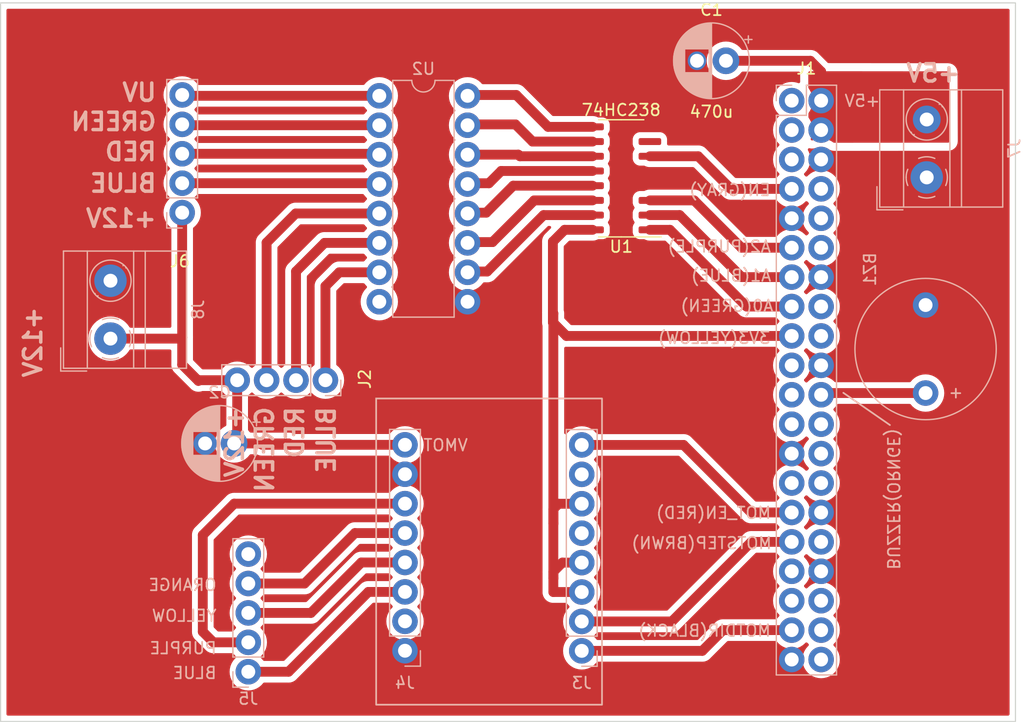
<source format=kicad_pcb>
(kicad_pcb (version 20211014) (generator pcbnew)
  (layers (0 "F.Cu" signal) (31 "B.Cu" signal) (34 "B.Paste" user) (35 "F.Paste" user) (36 "B.SilkS" user "B.Silkscreen") (37 "F.SilkS" user "F.Silkscreen") (38 "B.Mask" user) (39 "F.Mask" user) (44 "Edge.Cuts" user))
  (net 0 "")
  (net 1 "3V3")
  (net 2 "5V")
  (net 3 "/GPIO[2]{slash}SDA1")
  (net 4 "/GPIO[3]{slash}SCL1")
  (net 5 "GND")
  (net 6 "Enable")
  (net 7 "/GPIO[14]{slash}TXD0")
  (net 8 "/GPIO[15]{slash}RXD0")
  (net 9 "A2")
  (net 10 "/GPIO[18]{slash}PCM.CLK")
  (net 11 "A0")
  (net 12 "/GPIO[23]")
  (net 13 "Buzzer")
  (net 14 "/GPIO[10]{slash}SPI0.MOSI")
  (net 16 "/GPIO[9]{slash}SPI0.MISO")
  (net 17 "/GPIO[11]{slash}SPI0.SCLK")
  (net 18 "/GPIO[8]{slash}SPI0.CE0")
  (net 19 "/GPIO[7]{slash}SPI0.CE1")
  (net 20 "/ID_SDA")
  (net 21 "/ID_SCL")
  (net 22 "MotorSTEP")
  (net 23 "MotorDIR")
  (net 24 "/GPIO[12]{slash}PWM0")
  (net 25 "/GPIO[13]{slash}PWM1")
  (net 26 "/GPIO[19]{slash}PCM.FS")
  (net 27 "/GPIO[16]")
  (net 28 "/GPIO[20]{slash}PCM.DIN")
  (net 29 "/GPIO[21]{slash}PCM.DOUT")
  (net 30 "12V")
  (net 31 "Net-(J2-Pad2)")
  (net 32 "Net-(J2-Pad3)")
  (net 33 "MotorEN")
  (net 35 "Net-(J2-Pad1)")
  (net 36 "Epi_Blue_EN")
  (net 37 "Epi_Red_EN")
  (net 38 "Epi_Green_EN")
  (net 39 "Trans_UV_EN")
  (net 40 "Trans_Blue_EN")
  (net 41 "Trans_Red_EN")
  (net 42 "Trans_Green_EN")
  (net 43 "A1")
  (net 45 "Net-(J6-Pad2)")
  (net 46 "Net-(J6-Pad3)")
  (net 47 "Net-(J6-Pad4)")
  (net 48 "Net-(J6-Pad5)")
  (net 52 "/Blue")
  (net 53 "/Yellow")
  (net 54 "/Orange")
  (net 55 "/Purple")
  (footprint "Package_SO:SOIC-16_3.9x9.9mm_P1.27mm" (layer "F.Cu") (at 167.21 83.29 180)
    (fp_text reference "U1" (at 0 -5.9 180) (layer "F.SilkS"))
    (fp_text value "74HC238" (at 0 5.9 180) (layer "F.SilkS"))
    (pad "1" smd roundrect (at -2.475 -4.445 180) (size 1.95 0.6) (layers "F.Cu" "F.Paste" "F.Mask") (net 11 "A0"))
    (pad "2" smd roundrect (at -2.475 -3.175 180) (size 1.95 0.6) (layers "F.Cu" "F.Paste" "F.Mask") (net 43 "A1"))
    (pad "3" smd roundrect (at -2.475 -1.905 180) (size 1.95 0.6) (layers "F.Cu" "F.Paste" "F.Mask") (net 9 "A2"))
    (pad "4" smd roundrect (at -2.475 -0.635 180) (size 1.95 0.6) (layers "F.Cu" "F.Paste" "F.Mask") (net 5 "GND"))
    (pad "5" smd roundrect (at -2.475 0.635 180) (size 1.95 0.6) (layers "F.Cu" "F.Paste" "F.Mask") (net 5 "GND"))
    (pad "6" smd roundrect (at -2.475 1.905 180) (size 1.95 0.6) (layers "F.Cu" "F.Paste" "F.Mask") (net 6 "Enable"))
    (pad "7" smd roundrect (at -2.475 3.175 180) (size 1.95 0.6) (layers "F.Cu" "F.Paste" "F.Mask"))
    (pad "8" smd roundrect (at -2.475 4.445 180) (size 1.95 0.6) (layers "F.Cu" "F.Paste" "F.Mask") (net 5 "GND"))
    (pad "9" smd roundrect (at 2.475 4.445 180) (size 1.95 0.6) (layers "F.Cu" "F.Paste" "F.Mask") (net 39 "Trans_UV_EN"))
    (pad "10" smd roundrect (at 2.475 3.175 180) (size 1.95 0.6) (layers "F.Cu" "F.Paste" "F.Mask") (net 42 "Trans_Green_EN"))
    (pad "11" smd roundrect (at 2.475 1.905 180) (size 1.95 0.6) (layers "F.Cu" "F.Paste" "F.Mask") (net 41 "Trans_Red_EN"))
    (pad "12" smd roundrect (at 2.475 0.635 180) (size 1.95 0.6) (layers "F.Cu" "F.Paste" "F.Mask") (net 40 "Trans_Blue_EN"))
    (pad "13" smd roundrect (at 2.475 -0.635 180) (size 1.95 0.6) (layers "F.Cu" "F.Paste" "F.Mask") (net 38 "Epi_Green_EN"))
    (pad "14" smd roundrect (at 2.475 -1.905 180) (size 1.95 0.6) (layers "F.Cu" "F.Paste" "F.Mask") (net 37 "Epi_Red_EN"))
    (pad "15" smd roundrect (at 2.475 -3.175 180) (size 1.95 0.6) (layers "F.Cu" "F.Paste" "F.Mask") (net 36 "Epi_Blue_EN"))
    (pad "16" smd roundrect (at 2.475 -4.445 180) (size 1.95 0.6) (layers "F.Cu" "F.Paste" "F.Mask") (net 1 "3V3"))
  )
  (footprint "Capacitor_THT:CP_Radial_D6.3mm_P2.50mm" (layer "B.Cu") (at 133.782379 106.18 180)
    (fp_text reference "C2" (at 1.25 4.4) (layer "B.SilkS") (effects (justify mirror)))
    (fp_text value "2200u")
    (pad "1" thru_hole circle (at 0 0 180) (size 2.3 2.3) (drill 1.2) (layers *.Cu *.Mask) (net 30 "12V"))
    (pad "2" thru_hole circle (at 2.5 0 180) (size 2 2) (drill 1.2) (layers *.Cu *.Mask) (net 5 "GND"))
  )
  (footprint "Connector_PinSocket_2.54mm:PinSocket_1x08_P2.54mm_Vertical" (layer "B.Cu") (at 163.8 124.09)
    (fp_text reference "J3" (at 0 2.77) (layer "B.SilkS") (effects (justify mirror)))
    (fp_text value "DRV8825_A")
    (pad "1" thru_hole circle locked (at 0 0) (size 2.2 2.2) (drill 1.2) (layers *.Cu *.Mask) (net 23 "MotorDIR"))
    (pad "2" thru_hole circle locked (at 0 -2.54) (size 2.2 2.2) (drill 1.2) (layers *.Cu *.Mask) (net 22 "MotorSTEP"))
    (pad "3" thru_hole circle locked (at 0 -5.08) (size 2.2 2.2) (drill 1.2) (layers *.Cu *.Mask) (net 1 "3V3"))
    (pad "4" thru_hole circle locked (at 0 -7.62) (size 2.2 2.2) (drill 1.2) (layers *.Cu *.Mask) (net 1 "3V3"))
    (pad "5" thru_hole circle locked (at 0 -10.16) (size 2.2 2.2) (drill 1.2) (layers *.Cu *.Mask))
    (pad "6" thru_hole circle locked (at 0 -12.7) (size 2.2 2.2) (drill 1.2) (layers *.Cu *.Mask) (net 1 "3V3"))
    (pad "7" thru_hole circle locked (at 0 -15.24) (size 2.2 2.2) (drill 1.2) (layers *.Cu *.Mask))
    (pad "8" thru_hole circle locked (at 0 -17.78) (size 2.2 2.2) (drill 1.2) (layers *.Cu *.Mask) (net 33 "MotorEN"))
  )
  (footprint "TerminalBlock_MetzConnect:TerminalBlock_MetzConnect_Type011_RT05502HBWC_1x02_P5.00mm_Horizontal" (layer "B.Cu") (at 123.11 97.13 90)
    (fp_text reference "J8" (at 2.5 7.56 90) (layer "B.SilkS") (effects (justify mirror)))
    (fp_text value "Conn_01x02")
    (pad "1" thru_hole circle (at 0 0 90) (size 2.8 2.8) (drill 1.2) (layers *.Cu *.Mask) (net 30 "12V"))
    (pad "2" thru_hole circle (at 5 0 90) (size 2.8 2.8) (drill 1.2) (layers *.Cu *.Mask) (net 5 "GND"))
  )
  (footprint "Buzzer_Beeper:Buzzer_12x9.5RM7.6" (layer "B.Cu") (at 193.49 101.83 90)
    (fp_text reference "BZ1" (at 10.68 -4.8 90) (layer "B.SilkS") (effects (justify mirror)))
    (fp_text value "Buzzer")
    (fp_text user "+" (at -0.01 2.54 90) (layer "B.SilkS") (effects (justify mirror)))
    (pad "1" thru_hole circle (at 0 0 90) (size 2.2 2.2) (drill 1.2) (layers *.Cu *.Mask) (net 13 "Buzzer"))
    (pad "2" thru_hole circle (at 7.6 0 90) (size 2.2 2.2) (drill 1.2) (layers *.Cu *.Mask) (net 5 "GND"))
  )
  (footprint "Capacitor_THT:CP_Radial_D6.3mm_P2.50mm" (layer "B.Cu") (at 176.25238 73.14 180)
    (fp_text reference "C1" (at 1.25 4.4) (layer "F.SilkS"))
    (fp_text value "470u" (at 1.25 -4.4) (layer "F.SilkS"))
    (pad "1" thru_hole circle (at 0 0 180) (size 2.3 2.3) (drill 1.2) (layers *.Cu *.Mask) (net 2 "5V"))
    (pad "2" thru_hole circle (at 2.5 0 180) (size 1.6 1.6) (drill 1.2) (layers *.Cu *.Mask) (net 5 "GND"))
  )
  (footprint "Connector_PinHeader_2.54mm:PinHeader_1x04_P2.54mm_Vertical" (layer "B.Cu") (at 141.67 100.72 90)
    (fp_text reference "J2" (at 0.1 3.4 90) (layer "F.SilkS"))
    (fp_text value "Epi_RGBLeds_R")
    (pad "1" thru_hole circle (at 0 0 90) (size 2.2 2.2) (drill 1.2) (layers *.Cu *.Mask) (net 35 "Net-(J2-Pad1)"))
    (pad "2" thru_hole circle (at 0 -2.54 90) (size 2.2 2.2) (drill 1.2) (layers *.Cu *.Mask) (net 31 "Net-(J2-Pad2)"))
    (pad "3" thru_hole circle (at 0 -5.08 90) (size 2.2 2.2) (drill 1.2) (layers *.Cu *.Mask) (net 32 "Net-(J2-Pad3)"))
    (pad "4" thru_hole circle (at 0 -7.62 90) (size 2.2 2.2) (drill 1.2) (layers *.Cu *.Mask) (net 30 "12V"))
  )
  (footprint "Package_DIP:DIP-16_W7.62mm" (layer "B.Cu") (at 153.94 76.165 180)
    (fp_text reference "U2" (at 3.81 2.33) (layer "B.SilkS") (effects (justify mirror)))
    (fp_text value "ULN2003A")
    (pad "1" thru_hole circle (at 0 0 180) (size 2.2 2.2) (drill 1.2) (layers *.Cu *.Mask) (net 39 "Trans_UV_EN"))
    (pad "2" thru_hole circle (at 0 -2.54 180) (size 2.2 2.2) (drill 1.2) (layers *.Cu *.Mask) (net 42 "Trans_Green_EN"))
    (pad "3" thru_hole circle (at 0 -5.08 180) (size 2.2 2.2) (drill 1.2) (layers *.Cu *.Mask) (net 41 "Trans_Red_EN"))
    (pad "4" thru_hole circle (at 0 -7.62 180) (size 2.2 2.2) (drill 1.2) (layers *.Cu *.Mask) (net 40 "Trans_Blue_EN"))
    (pad "5" thru_hole circle (at 0 -10.16 180) (size 2.2 2.2) (drill 1.2) (layers *.Cu *.Mask) (net 38 "Epi_Green_EN"))
    (pad "6" thru_hole circle (at 0 -12.7 180) (size 2.2 2.2) (drill 1.2) (layers *.Cu *.Mask) (net 37 "Epi_Red_EN"))
    (pad "7" thru_hole circle (at 0 -15.24 180) (size 2.2 2.2) (drill 1.2) (layers *.Cu *.Mask) (net 36 "Epi_Blue_EN"))
    (pad "8" thru_hole circle (at 0 -17.78 180) (size 2.2 2.2) (drill 1.2) (layers *.Cu *.Mask) (net 5 "GND"))
    (pad "9" thru_hole circle (at 7.62 -17.78 180) (size 2.2 2.2) (drill 1.2) (layers *.Cu *.Mask))
    (pad "10" thru_hole circle (at 7.62 -15.24 180) (size 2.2 2.2) (drill 1.2) (layers *.Cu *.Mask) (net 35 "Net-(J2-Pad1)"))
    (pad "11" thru_hole circle (at 7.62 -12.7 180) (size 2.2 2.2) (drill 1.2) (layers *.Cu *.Mask) (net 31 "Net-(J2-Pad2)"))
    (pad "12" thru_hole circle (at 7.62 -10.16 180) (size 2.2 2.2) (drill 1.2) (layers *.Cu *.Mask) (net 32 "Net-(J2-Pad3)"))
    (pad "13" thru_hole circle (at 7.62 -7.62 180) (size 2.2 2.2) (drill 1.2) (layers *.Cu *.Mask) (net 45 "Net-(J6-Pad2)"))
    (pad "14" thru_hole circle (at 7.62 -5.08 180) (size 2.2 2.2) (drill 1.2) (layers *.Cu *.Mask) (net 46 "Net-(J6-Pad3)"))
    (pad "15" thru_hole circle (at 7.62 -2.54 180) (size 2.2 2.2) (drill 1.2) (layers *.Cu *.Mask) (net 47 "Net-(J6-Pad4)"))
    (pad "16" thru_hole circle (at 7.62 0 180) (size 2.2 2.2) (drill 1.2) (layers *.Cu *.Mask) (net 48 "Net-(J6-Pad5)"))
  )
  (footprint "Connector_PinHeader_2.54mm:PinHeader_1x05_P2.54mm_Vertical" (layer "B.Cu") (at 129.3 86.25)
    (fp_text reference "J6" (at -0.2 4.2) (layer "F.SilkS"))
    (fp_text value "Trans_RGBLeds")
    (pad "1" thru_hole circle (at 0 0) (size 2.2 2.2) (drill 1.2) (layers *.Cu *.Mask) (net 30 "12V"))
    (pad "2" thru_hole circle (at 0 -2.54) (size 2.2 2.2) (drill 1.2) (layers *.Cu *.Mask) (net 45 "Net-(J6-Pad2)"))
    (pad "3" thru_hole circle (at 0 -5.08) (size 2.2 2.2) (drill 1.2) (layers *.Cu *.Mask) (net 46 "Net-(J6-Pad3)"))
    (pad "4" thru_hole circle (at 0 -7.62) (size 2.2 2.2) (drill 1.2) (layers *.Cu *.Mask) (net 47 "Net-(J6-Pad4)"))
    (pad "5" thru_hole circle (at 0 -10.16) (size 2.2 2.2) (drill 1.2) (layers *.Cu *.Mask) (net 48 "Net-(J6-Pad5)"))
  )
  (footprint "Connector_PinSocket_2.54mm:PinSocket_1x08_P2.54mm_Vertical" (layer "B.Cu") (at 148.54 124.08)
    (fp_text reference "J4" (at 0 2.77) (layer "B.SilkS") (effects (justify mirror)))
    (fp_text value "DRV8825_B")
    (pad "1" thru_hole circle locked (at 0 0) (size 2.2 2.2) (drill 1.2) (layers *.Cu *.Mask) (net 5 "GND"))
    (pad "2" thru_hole circle locked (at 0 -2.54) (size 2.2 2.2) (drill 1.2) (layers *.Cu *.Mask))
    (pad "3" thru_hole circle locked (at 0 -5.08) (size 2.2 2.2) (drill 1.2) (layers *.Cu *.Mask) (net 52 "/Blue"))
    (pad "4" thru_hole circle locked (at 0 -7.62) (size 2.2 2.2) (drill 1.2) (layers *.Cu *.Mask) (net 53 "/Yellow"))
    (pad "5" thru_hole circle locked (at 0 -10.16) (size 2.2 2.2) (drill 1.2) (layers *.Cu *.Mask) (net 54 "/Orange"))
    (pad "6" thru_hole circle locked (at 0 -12.7) (size 2.2 2.2) (drill 1.2) (layers *.Cu *.Mask) (net 55 "/Purple"))
    (pad "7" thru_hole circle locked (at 0 -15.24) (size 2.2 2.2) (drill 1.2) (layers *.Cu *.Mask) (net 5 "GND"))
    (pad "8" thru_hole circle locked (at 0 -17.78) (size 2.2 2.2) (drill 1.2) (layers *.Cu *.Mask) (net 30 "12V"))
  )
  (footprint "TerminalBlock_MetzConnect:TerminalBlock_MetzConnect_Type011_RT05502HBWC_1x02_P5.00mm_Horizontal" (layer "B.Cu") (at 193.59 83.21 90)
    (fp_text reference "J7" (at 2.5 7.56 90) (layer "B.SilkS") (effects (justify mirror)))
    (fp_text value "Conn_01x02")
    (pad "1" thru_hole circle (at 0 0 90) (size 2.8 2.8) (drill 1.2) (layers *.Cu *.Mask) (net 5 "GND"))
    (pad "2" thru_hole circle (at 5 0 90) (size 2.4 2.4) (drill 1.2) (layers *.Cu *.Mask) (net 2 "5V"))
  )
  (footprint "Connector_PinSocket_2.54mm:PinSocket_2x20_P2.54mm_Vertical" (layer "B.Cu") (at 181.93 76.58 180)
    (fp_text reference "J1" (at -1.27 2.77) (layer "F.SilkS"))
    (fp_text value "GPIO")
    (pad "1" thru_hole circle (at 0 0 180) (size 2.2 2.2) (drill 1.2) (layers *.Cu *.Mask) (net 1 "3V3"))
    (pad "2" thru_hole circle (at -2.54 0 180) (size 2.2 2.2) (drill 1.2) (layers *.Cu *.Mask) (net 2 "5V"))
    (pad "3" thru_hole circle (at 0 -2.54 180) (size 2.2 2.2) (drill 1.2) (layers *.Cu *.Mask) (net 3 "/GPIO[2]{slash}SDA1"))
    (pad "4" thru_hole circle (at -2.54 -2.54 180) (size 2.2 2.2) (drill 1.2) (layers *.Cu *.Mask) (net 2 "5V"))
    (pad "5" thru_hole circle (at 0 -5.08 180) (size 2.2 2.2) (drill 1.2) (layers *.Cu *.Mask) (net 4 "/GPIO[3]{slash}SCL1"))
    (pad "6" thru_hole circle (at -2.54 -5.08 180) (size 2.2 2.2) (drill 1.2) (layers *.Cu *.Mask) (net 5 "GND"))
    (pad "7" thru_hole circle (at 0 -7.62 180) (size 2.2 2.2) (drill 1.2) (layers *.Cu *.Mask) (net 6 "Enable"))
    (pad "8" thru_hole circle (at -2.54 -7.62 180) (size 2.2 2.2) (drill 1.2) (layers *.Cu *.Mask) (net 7 "/GPIO[14]{slash}TXD0"))
    (pad "9" thru_hole circle (at 0 -10.16 180) (size 2.2 2.2) (drill 1.2) (layers *.Cu *.Mask) (net 5 "GND"))
    (pad "10" thru_hole circle (at -2.54 -10.16 180) (size 2.2 2.2) (drill 1.2) (layers *.Cu *.Mask) (net 8 "/GPIO[15]{slash}RXD0"))
    (pad "11" thru_hole circle (at 0 -12.7 180) (size 2.2 2.2) (drill 1.2) (layers *.Cu *.Mask) (net 9 "A2"))
    (pad "12" thru_hole circle (at -2.54 -12.7 180) (size 2.2 2.2) (drill 1.2) (layers *.Cu *.Mask) (net 10 "/GPIO[18]{slash}PCM.CLK"))
    (pad "13" thru_hole circle (at 0 -15.24 180) (size 2.2 2.2) (drill 1.2) (layers *.Cu *.Mask) (net 43 "A1"))
    (pad "14" thru_hole circle (at -2.54 -15.24 180) (size 2.2 2.2) (drill 1.2) (layers *.Cu *.Mask) (net 5 "GND"))
    (pad "15" thru_hole circle (at 0 -17.78 180) (size 2.2 2.2) (drill 1.2) (layers *.Cu *.Mask) (net 11 "A0"))
    (pad "16" thru_hole circle (at -2.54 -17.78 180) (size 2.2 2.2) (drill 1.2) (layers *.Cu *.Mask) (net 12 "/GPIO[23]"))
    (pad "17" thru_hole circle (at 0 -20.32 180) (size 2.2 2.2) (drill 1.2) (layers *.Cu *.Mask) (net 1 "3V3"))
    (pad "18" thru_hole circle (at -2.54 -20.32 180) (size 2.2 2.2) (drill 1.2) (layers *.Cu *.Mask))
    (pad "19" thru_hole circle (at 0 -22.86 180) (size 2.2 2.2) (drill 1.2) (layers *.Cu *.Mask) (net 14 "/GPIO[10]{slash}SPI0.MOSI"))
    (pad "20" thru_hole circle (at -2.54 -22.86 180) (size 2.2 2.2) (drill 1.2) (layers *.Cu *.Mask) (net 5 "GND"))
    (pad "21" thru_hole circle (at 0 -25.4 180) (size 2.2 2.2) (drill 1.2) (layers *.Cu *.Mask) (net 16 "/GPIO[9]{slash}SPI0.MISO"))
    (pad "22" thru_hole circle (at -2.54 -25.4 180) (size 2.2 2.2) (drill 1.2) (layers *.Cu *.Mask) (net 13 "Buzzer"))
    (pad "23" thru_hole circle (at 0 -27.94 180) (size 2.2 2.2) (drill 1.2) (layers *.Cu *.Mask) (net 17 "/GPIO[11]{slash}SPI0.SCLK"))
    (pad "24" thru_hole circle (at -2.54 -27.94 180) (size 2.2 2.2) (drill 1.2) (layers *.Cu *.Mask) (net 18 "/GPIO[8]{slash}SPI0.CE0"))
    (pad "25" thru_hole circle (at 0 -30.48 180) (size 2.2 2.2) (drill 1.2) (layers *.Cu *.Mask) (net 5 "GND"))
    (pad "26" thru_hole circle (at -2.54 -30.48 180) (size 2.2 2.2) (drill 1.2) (layers *.Cu *.Mask) (net 19 "/GPIO[7]{slash}SPI0.CE1"))
    (pad "27" thru_hole circle (at 0 -33.02 180) (size 2.2 2.2) (drill 1.2) (layers *.Cu *.Mask) (net 20 "/ID_SDA"))
    (pad "28" thru_hole circle (at -2.54 -33.02 180) (size 2.2 2.2) (drill 1.2) (layers *.Cu *.Mask) (net 21 "/ID_SCL"))
    (pad "29" thru_hole circle (at 0 -35.56 180) (size 2.2 2.2) (drill 1.2) (layers *.Cu *.Mask) (net 33 "MotorEN"))
    (pad "30" thru_hole circle (at -2.54 -35.56 180) (size 2.2 2.2) (drill 1.2) (layers *.Cu *.Mask) (net 5 "GND"))
    (pad "31" thru_hole circle (at 0 -38.1 180) (size 2.2 2.2) (drill 1.2) (layers *.Cu *.Mask) (net 22 "MotorSTEP"))
    (pad "32" thru_hole circle (at -2.54 -38.1 180) (size 2.2 2.2) (drill 1.2) (layers *.Cu *.Mask) (net 24 "/GPIO[12]{slash}PWM0"))
    (pad "33" thru_hole circle (at 0 -40.64 180) (size 2.2 2.2) (drill 1.2) (layers *.Cu *.Mask) (net 25 "/GPIO[13]{slash}PWM1"))
    (pad "34" thru_hole circle (at -2.54 -40.64 180) (size 2.2 2.2) (drill 1.2) (layers *.Cu *.Mask) (net 5 "GND"))
    (pad "35" thru_hole circle (at 0 -43.18 180) (size 2.2 2.2) (drill 1.2) (layers *.Cu *.Mask) (net 26 "/GPIO[19]{slash}PCM.FS"))
    (pad "36" thru_hole circle (at -2.54 -43.18 180) (size 2.2 2.2) (drill 1.2) (layers *.Cu *.Mask) (net 27 "/GPIO[16]"))
    (pad "37" thru_hole circle (at 0 -45.72 180) (size 2.2 2.2) (drill 1.2) (layers *.Cu *.Mask) (net 23 "MotorDIR"))
    (pad "38" thru_hole circle (at -2.54 -45.72 180) (size 2.2 2.2) (drill 1.2) (layers *.Cu *.Mask) (net 28 "/GPIO[20]{slash}PCM.DIN"))
    (pad "39" thru_hole circle (at 0 -48.26 180) (size 2.2 2.2) (drill 1.2) (layers *.Cu *.Mask) (net 5 "GND"))
    (pad "40" thru_hole circle (at -2.54 -48.26 180) (size 2.2 2.2) (drill 1.2) (layers *.Cu *.Mask) (net 29 "/GPIO[21]{slash}PCM.DOUT"))
  )
  (footprint "Connector_PinHeader_2.54mm:PinHeader_1x05_P2.54mm_Vertical" (layer "B.Cu") (at 135.01 125.895)
    (fp_text reference "J5" (at 0 2.33) (layer "B.SilkS") (effects (justify mirror)))
    (fp_text value "28BYJ-48")
    (pad "1" thru_hole circle (at 0 0) (size 2.2 2.2) (drill 1.2) (layers *.Cu *.Mask) (net 52 "/Blue"))
    (pad "2" thru_hole circle (at 0 -2.54) (size 2.2 2.2) (drill 1.2) (layers *.Cu *.Mask) (net 55 "/Purple"))
    (pad "3" thru_hole circle (at 0 -5.08) (size 2.2 2.2) (drill 1.2) (layers *.Cu *.Mask) (net 53 "/Yellow"))
    (pad "4" thru_hole circle (at 0 -7.62) (size 2.2 2.2) (drill 1.2) (layers *.Cu *.Mask) (net 54 "/Orange"))
    (pad "5" thru_hole circle (at 0 -10.16) (size 2.2 2.2) (drill 1.2) (layers *.Cu *.Mask))
  )
  (gr_line (start 186.39 101.81) (end 190.41 104.59) (layer "B.SilkS") (width 0.15))
  (gr_rect (start 165.55 102.3) (end 146.05 128.74) (layer "B.SilkS") (width 0.15) (fill none))
  (gr_line (start 178.34 84.3) (end 178.34 84.3) (layer "B.SilkS") (width 0.15))
  (gr_rect (start 113.62 68.14) (end 201.25 130.19) (layer "Edge.Cuts") (width 0.1) (fill none))
  (gr_text "A2(PURPLE)" (at 175.67 89.18) (layer "B.SilkS") (effects (font (size 1 1)) (justify mirror)))
  (gr_text "MOTDIR(BLACK)" (at 174.4 122.35) (layer "B.SilkS") (effects (font (size 1 1)) (justify mirror)))
  (gr_text "3V3(YELLOW)" (at 175.23 97.07) (layer "B.SilkS") (effects (font (size 1 1)) (justify mirror)))
  (gr_text "+12V" (at 124.03 86.75) (layer "B.SilkS") (effects (font (size 1.5 1.5) (thickness 0.3)) (justify mirror)))
  (gr_text "+5V" (at 188.03 76.6) (layer "B.SilkS") (effects (font (size 1 1)) (justify mirror)))
  (gr_text "A0(GREEN)" (at 176.34 94.31) (layer "B.SilkS") (effects (font (size 1 1)) (justify mirror)))
  (gr_text "BLUE" (at 130.38 126) (layer "B.SilkS") (effects (font (size 1 1)) (justify mirror)))
  (gr_text "BUZZER(ORNGE)" (at 190.69 110.98 270) (layer "B.SilkS") (effects (font (size 1 1)) (justify mirror)))
  (gr_text "GREEN" (at 123.387143 78.4) (layer "B.SilkS") (effects (font (size 1.5 1.5) (thickness 0.3)) (justify mirror)))
  (gr_text "RED" (at 124.851428 81) (layer "B.SilkS") (effects (font (size 1.5 1.5) (thickness 0.3)) (justify mirror)))
  (gr_text "YELLOW" (at 129.475238 121.060004) (layer "B.SilkS") (effects (font (size 1 1)) (justify mirror)))
  (gr_text "PURPLE" (at 129.38 123.860005) (layer "B.SilkS") (effects (font (size 1 1)) (justify mirror)))
  (gr_text "BLUE" (at 124.208571 83.72) (layer "B.SilkS") (effects (font (size 1.5 1.5) (thickness 0.3)) (justify mirror)))
  (gr_text "+12V" (at 116.41 97.43 90) (layer "B.SilkS") (effects (font (size 1.5 1.5) (thickness 0.3)) (justify mirror)))
  (gr_text "A1(BLUE)" (at 176.7 91.69) (layer "B.SilkS") (effects (font (size 1 1)) (justify mirror)))
  (gr_text "+5V" (at 194.15 74.21) (layer "B.SilkS") (effects (font (size 1.5 1.5) (thickness 0.3)) (justify mirror)))
  (gr_text "MOTSTEP(BRWN)" (at 174.15 114.79) (layer "B.SilkS") (effects (font (size 1 1)) (justify mirror)))
  (gr_text "VMOT" (at 152.05 106.33) (layer "B.SilkS") (effects (font (size 1 1)) (justify mirror)))
  (gr_text "RED" (at 139.03 105.237143 90) (layer "B.SilkS") (effects (font (size 1.5 1.5) (thickness 0.3)) (justify mirror)))
  (gr_text "UV" (at 125.601428 75.88) (layer "B.SilkS") (effects (font (size 1.5 1.5) (thickness 0.3)) (justify mirror)))
  (gr_text "EN(GRAY)" (at 176.59 84.3) (layer "B.SilkS") (effects (font (size 1 1)) (justify mirror)))
  (gr_text "MOT_EN(RED)" (at 175.18 112.18) (layer "B.SilkS") (effects (font (size 1 1)) (justify mirror)))
  (gr_text "+12V" (at 133.82 106.058572 90) (layer "B.SilkS") (effects (font (size 1.5 1.5) (thickness 0.3)) (justify mirror)))
  (gr_text "BLUE" (at 141.75 105.88 90) (layer "B.SilkS") (effects (font (size 1.5 1.5) (thickness 0.3)) (justify mirror)))
  (gr_text "GREEN" (at 136.43 106.701429 90) (layer "B.SilkS") (effects (font (size 1.5 1.5) (thickness 0.3)) (justify mirror)))
  (gr_text "ORANGE" (at 129.332381 118.400015) (layer "B.SilkS") (effects (font (size 1 1)) (justify mirror)))
  (segment (start 161.35 113.1) (end 161.35 94.96) (width 0.85) (layer "F.Cu") (net 1))
  (segment (start 161.35 117.83) (end 161.35 113.1) (width 0.85) (layer "F.Cu") (net 1))
  (segment (start 181.93 96.9) (end 162.48 96.9) (width 0.85) (layer "F.Cu") (net 1))
  (segment (start 162.13 116.47) (end 163.8 116.47) (width 0.85) (layer "F.Cu") (net 1))
  (segment (start 161.35 94.96) (end 161.31 94.92) (width 0.85) (layer "F.Cu") (net 1))
  (segment (start 161.31 94.92) (end 161.31 88.75) (width 0.85) (layer "F.Cu") (net 1))
  (segment (start 161.8 111.39) (end 163.8 111.39) (width 0.85) (layer "F.Cu") (net 1))
  (segment (start 162.48 96.9) (end 161.31 95.73) (width 0.85) (layer "F.Cu") (net 1))
  (segment (start 162.325 87.735) (end 164.735 87.735) (width 0.85) (layer "F.Cu") (net 1))
  (segment (start 163.8 119.01) (end 161.35 119.01) (width 0.85) (layer "F.Cu") (net 1))
  (segment (start 161.35 117.25) (end 162.13 116.47) (width 0.85) (layer "F.Cu") (net 1))
  (segment (start 161.31 95.73) (end 161.31 94.92) (width 0.85) (layer "F.Cu") (net 1))
  (segment (start 161.35 117.83) (end 161.35 117.25) (width 0.85) (layer "F.Cu") (net 1))
  (segment (start 161.35 113.1) (end 161.35 111.84) (width 0.85) (layer "F.Cu") (net 1))
  (segment (start 161.31 88.75) (end 162.325 87.735) (width 0.85) (layer "F.Cu") (net 1))
  (segment (start 161.35 111.84) (end 161.8 111.39) (width 0.85) (layer "F.Cu") (net 1))
  (segment (start 161.35 119.01) (end 161.35 117.83) (width 0.85) (layer "F.Cu") (net 1))
  (segment (start 176.25238 73.14) (end 183.54 73.14) (width 0.85) (layer "F.Cu") (net 2))
  (segment (start 183.54 73.14) (end 184.47 74.07) (width 0.85) (layer "F.Cu") (net 2))
  (segment (start 184.47 74.07) (end 184.47 76.58) (width 0.85) (layer "F.Cu") (net 2))
  (segment (start 173.855 81.385) (end 176.67 84.2) (width 0.85) (layer "F.Cu") (net 6))
  (segment (start 169.685 81.385) (end 173.855 81.385) (width 0.85) (layer "F.Cu") (net 6))
  (segment (start 176.67 84.2) (end 181.93 84.2) (width 0.85) (layer "F.Cu") (net 6))
  (segment (start 173.505 85.195) (end 177.59 89.28) (width 0.85) (layer "F.Cu") (net 9))
  (segment (start 177.59 89.28) (end 181.93 89.28) (width 0.85) (layer "F.Cu") (net 9))
  (segment (start 169.685 85.195) (end 173.505 85.195) (width 0.85) (layer "F.Cu") (net 9))
  (segment (start 171.415 87.735) (end 178.04 94.36) (width 0.85) (layer "F.Cu") (net 11))
  (segment (start 178.04 94.36) (end 181.93 94.36) (width 0.85) (layer "F.Cu") (net 11))
  (segment (start 169.685 87.735) (end 171.415 87.735) (width 0.85) (layer "F.Cu") (net 11))
  (segment (start 184.62 101.83) (end 184.47 101.98) (width 0.85) (layer "F.Cu") (net 13))
  (segment (start 193.49 101.83) (end 184.62 101.83) (width 0.85) (layer "F.Cu") (net 13))
  (segment (start 163.8 121.55) (end 171.58 121.55) (width 0.85) (layer "F.Cu") (net 22))
  (segment (start 171.58 121.55) (end 178.45 114.68) (width 0.85) (layer "F.Cu") (net 22))
  (segment (start 178.45 114.68) (end 181.93 114.68) (width 0.85) (layer "F.Cu") (net 22))
  (segment (start 176 122.3) (end 174.21 124.09) (width 0.85) (layer "F.Cu") (net 23))
  (segment (start 181.93 122.3) (end 176 122.3) (width 0.85) (layer "F.Cu") (net 23))
  (segment (start 174.21 124.09) (end 163.8 124.09) (width 0.85) (layer "F.Cu") (net 23))
  (segment (start 134.05 100.72) (end 130.76 100.72) (width 0.85) (layer "F.Cu") (net 30))
  (segment (start 138.62 106.3) (end 136.21 106.3) (width 0.85) (layer "F.Cu") (net 30))
  (segment (start 133.782379 106.18) (end 138.5 106.18) (width 0.85) (layer "F.Cu") (net 30))
  (segment (start 129.3 97.03) (end 129.3 86.25) (width 0.85) (layer "F.Cu") (net 30))
  (segment (start 129.2 97.13) (end 129.3 97.03) (width 0.85) (layer "F.Cu") (net 30))
  (segment (start 148.54 106.3) (end 138.62 106.3) (width 0.85) (layer "F.Cu") (net 30))
  (segment (start 138.5 106.18) (end 138.62 106.3) (width 0.85) (layer "F.Cu") (net 30))
  (segment (start 123.11 97.13) (end 129.2 97.13) (width 0.85) (layer "F.Cu") (net 30))
  (segment (start 130.7 100.78) (end 129.3 99.38) (width 0.85) (layer "F.Cu") (net 30))
  (segment (start 134.05 100.72) (end 134.05 105.912379) (width 0.85) (layer "F.Cu") (net 30))
  (segment (start 129.3 99.38) (end 129.3 97.03) (width 0.85) (layer "F.Cu") (net 30))
  (segment (start 130.76 100.72) (end 130.7 100.78) (width 0.85) (layer "F.Cu") (net 30))
  (segment (start 134.05 105.912379) (end 133.782379 106.18) (width 0.85) (layer "F.Cu") (net 30))
  (segment (start 141.595 88.865) (end 146.32 88.865) (width 0.85) (layer "F.Cu") (net 31))
  (segment (start 139.13 91.33) (end 141.595 88.865) (width 0.85) (layer "F.Cu") (net 31))
  (segment (start 139.13 100.72) (end 139.13 91.33) (width 0.85) (layer "F.Cu") (net 31))
  (segment (start 136.59 88.84) (end 136.59 100.72) (width 0.85) (layer "F.Cu") (net 32))
  (segment (start 139.105 86.325) (end 136.59 88.84) (width 0.85) (layer "F.Cu") (net 32))
  (segment (start 146.32 86.325) (end 139.105 86.325) (width 0.85) (layer "F.Cu") (net 32))
  (segment (start 172.59 106.31) (end 178.42 112.14) (width 0.85) (layer "F.Cu") (net 33))
  (segment (start 163.8 106.31) (end 172.59 106.31) (width 0.85) (layer "F.Cu") (net 33))
  (segment (start 178.42 112.14) (end 181.93 112.14) (width 0.85) (layer "F.Cu") (net 33))
  (segment (start 141.67 92.6) (end 141.67 100.72) (width 0.85) (layer "F.Cu") (net 35))
  (segment (start 142.865 91.405) (end 141.67 92.6) (width 0.85) (layer "F.Cu") (net 35))
  (segment (start 146.32 91.405) (end 142.865 91.405) (width 0.85) (layer "F.Cu") (net 35))
  (segment (start 160.505 86.465) (end 155.635 91.335) (width 0.85) (layer "F.Cu") (net 36))
  (segment (start 155.635 91.335) (end 154.06 91.335) (width 0.85) (layer "F.Cu") (net 36))
  (segment (start 164.735 86.465) (end 160.505 86.465) (width 0.85) (layer "F.Cu") (net 36))
  (segment (start 164.735 85.195) (end 159.695 85.195) (width 0.85) (layer "F.Cu") (net 37))
  (segment (start 159.695 85.195) (end 156.095 88.795) (width 0.85) (layer "F.Cu") (net 37))
  (segment (start 156.095 88.795) (end 154.06 88.795) (width 0.85) (layer "F.Cu") (net 37))
  (segment (start 164.735 83.925) (end 157.885 83.925) (width 0.85) (layer "F.Cu") (net 38))
  (segment (start 155.555 86.255) (end 154.06 86.255) (width 0.85) (layer "F.Cu") (net 38))
  (segment (start 157.885 83.925) (end 155.555 86.255) (width 0.85) (layer "F.Cu") (net 38))
  (segment (start 158.145 76.095) (end 154.06 76.095) (width 0.85) (layer "F.Cu") (net 39))
  (segment (start 160.895 78.845) (end 158.145 76.095) (width 0.85) (layer "F.Cu") (net 39))
  (segment (start 164.735 78.845) (end 160.895 78.845) (width 0.85) (layer "F.Cu") (net 39))
  (segment (start 164.735 82.655) (end 156.855 82.655) (width 0.85) (layer "F.Cu") (net 40))
  (segment (start 155.785 83.715) (end 154.06 83.715) (width 0.85) (layer "F.Cu") (net 40))
  (segment (start 156.85 82.65) (end 155.785 83.715) (width 0.85) (layer "F.Cu") (net 40))
  (segment (start 156.855 82.655) (end 156.85 82.65) (width 0.85) (layer "F.Cu") (net 40))
  (segment (start 153.94 81.245) (end 158.325 81.245) (width 0.85) (layer "F.Cu") (net 41))
  (segment (start 158.465 81.385) (end 164.735 81.385) (width 0.85) (layer "F.Cu") (net 41))
  (segment (start 158.325 81.245) (end 158.465 81.385) (width 0.85) (layer "F.Cu") (net 41))
  (segment (start 159.555 80.115) (end 164.735 80.115) (width 0.85) (layer "F.Cu") (net 42))
  (segment (start 158.075 78.635) (end 159.555 80.115) (width 0.85) (layer "F.Cu") (net 42))
  (segment (start 154.06 78.635) (end 158.075 78.635) (width 0.85) (layer "F.Cu") (net 42))
  (segment (start 172.255 86.465) (end 177.61 91.82) (width 0.85) (layer "F.Cu") (net 43))
  (segment (start 177.61 91.82) (end 181.93 91.82) (width 0.85) (layer "F.Cu") (net 43))
  (segment (start 169.685 86.465) (end 172.255 86.465) (width 0.85) (layer "F.Cu") (net 43))
  (segment (start 129.3 83.71) (end 146.245 83.71) (width 0.85) (layer "F.Cu") (net 45))
  (segment (start 146.245 83.71) (end 146.32 83.785) (width 0.85) (layer "F.Cu") (net 45))
  (segment (start 129.3 81.17) (end 146.245 81.17) (width 0.85) (layer "F.Cu") (net 46))
  (segment (start 146.245 81.17) (end 146.32 81.245) (width 0.85) (layer "F.Cu") (net 46))
  (segment (start 146.32 78.705) (end 129.375 78.705) (width 0.85) (layer "F.Cu") (net 47))
  (segment (start 129.375 78.705) (end 129.3 78.63) (width 0.85) (layer "F.Cu") (net 47))
  (segment (start 146.32 76.165) (end 129.375 76.165) (width 0.85) (layer "F.Cu") (net 48))
  (segment (start 129.375 76.165) (end 129.3 76.09) (width 0.85) (layer "F.Cu") (net 48))
  (segment (start 148.54 119) (end 145.38 119) (width 0.85) (layer "F.Cu") (net 52))
  (segment (start 145.38 119) (end 138.485 125.895) (width 0.85) (layer "F.Cu") (net 52))
  (segment (start 138.485 125.895) (end 135.01 125.895) (width 0.85) (layer "F.Cu") (net 52))
  (segment (start 140.415 120.815) (end 135.01 120.815) (width 0.85) (layer "F.Cu") (net 53))
  (segment (start 144.77 116.46) (end 140.415 120.815) (width 0.85) (layer "F.Cu") (net 53))
  (segment (start 148.54 116.46) (end 144.77 116.46) (width 0.85) (layer "F.Cu") (net 53))
  (segment (start 148.54 113.92) (end 144.22 113.92) (width 0.85) (layer "F.Cu") (net 54))
  (segment (start 139.865 118.275) (end 135.01 118.275) (width 0.85) (layer "F.Cu") (net 54))
  (segment (start 144.22 113.92) (end 139.865 118.275) (width 0.85) (layer "F.Cu") (net 54))
  (segment (start 131.08 122.44) (end 131.08 114.09) (width 0.85) (layer "F.Cu") (net 55))
  (segment (start 135.01 123.355) (end 131.995 123.355) (width 0.85) (layer "F.Cu") (net 55))
  (segment (start 131.995 123.355) (end 131.08 122.44) (width 0.85) (layer "F.Cu") (net 55))
  (segment (start 133.79 111.38) (end 148.54 111.38) (width 0.85) (layer "F.Cu") (net 55))
  (segment (start 131.08 114.09) (end 133.79 111.38) (width 0.85) (layer "F.Cu") (net 55))
  (zone (net 5) (net_name "GND") (layer "F.Cu") (connect_pads yes (clearance 0.508)) (min_thickness 0.254) (fill yes (thermal_gap 0.508) (thermal_bridge_width 0.508) (island_removal_mode 2) (island_area_min 5))
    (polygon (pts (xy 201.25 130.19) (xy 113.64 130.2) (xy 113.64 68.14) (xy 201.24 68.16)))
  )
  (zone (net 2) (net_name "5V") (layer "F.Cu") (priority 1) (connect_pads yes (clearance 0.7)) (min_thickness 0.254) (fill yes (thermal_gap 0.508) (thermal_bridge_width 0.508))
    (polygon (pts (xy 195.55 74.05) (xy 195.55 74.39) (xy 195.57 80.21) (xy 184.48 80.22) (xy 183.38 80.22) (xy 183.36 74.04)))
  )
)
</source>
